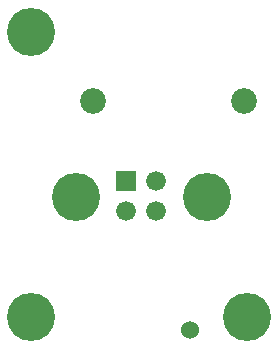
<source format=gbr>
G04 start of page 7 for group -4062 idx -4062 *
G04 Title: (unknown), soldermask *
G04 Creator: pcb 1.99z *
G04 CreationDate: Wed 06 Nov 2013 06:55:18 PM GMT UTC *
G04 For: commonadmin *
G04 Format: Gerber/RS-274X *
G04 PCB-Dimensions: 600000 500000 *
G04 PCB-Coordinate-Origin: lower left *
%MOIN*%
%FSLAX25Y25*%
%LNBOTTOMMASK*%
%ADD52C,0.0600*%
%ADD51C,0.1600*%
%ADD50C,0.0860*%
%ADD49C,0.0660*%
%ADD48C,0.0001*%
G54D48*G36*
X40432Y59973D02*Y53373D01*
X47032D01*
Y59973D01*
X40432D01*
G37*
G54D49*X43732Y46673D03*
X53732D03*
Y56673D03*
G54D50*X83100Y83300D03*
X32900D03*
G54D51*X70898Y51555D03*
X84000Y11500D03*
G54D52*X65000Y7000D03*
G54D51*X27197Y51555D03*
X12000Y11500D03*
Y106500D03*
M02*

</source>
